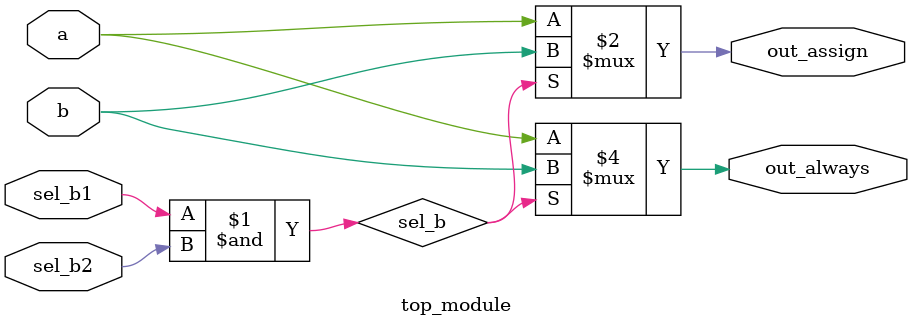
<source format=v>
module top_module(
    input a,
    input b,
    input sel_b1,
    input sel_b2,
    output wire out_assign,
    output reg out_always  
); 

    wire sel_b = sel_b1 & sel_b2;

    assign out_assign = sel_b ? b : a;

    always @(*) begin
        out_always = sel_b ? b : a;
    end

endmodule

</source>
